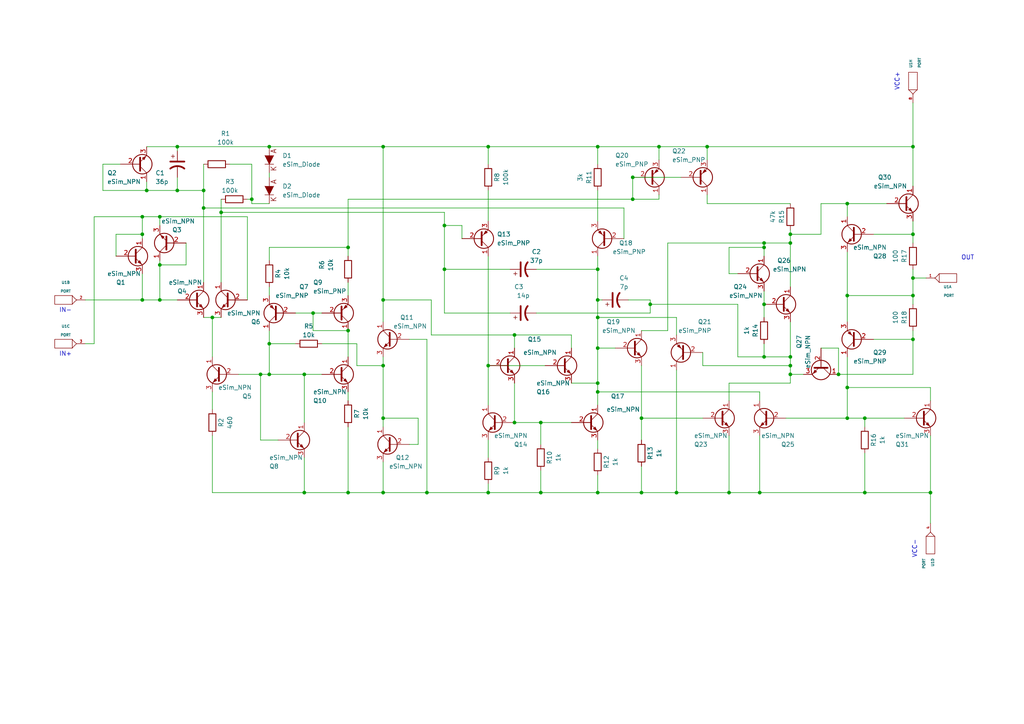
<source format=kicad_sch>
(kicad_sch (version 20211123) (generator eeschema)
  (paper "A4")
  (lib_symbols
    (symbol "eSim_Devices:capacitor_polarised" (pin_numbers hide) (pin_names (offset 0.254) hide)
      (property "Reference" "C" (at 0.635 2.54 0))
      (property "Value" "capacitor_polarised" (at 0.635 -2.54 0))
      (symbol "capacitor_polarised_0_1"
        (polyline (pts (xy -2.032 0.762) (xy 2.032 0.762)) (stroke (width 0.508)))
        (polyline (pts (xy -1.778 2.286) (xy -0.762 2.286)))
        (polyline (pts (xy -1.27 1.778) (xy -1.27 2.794)))
        (arc (start 2.032 -1.27) (mid 0 -0.5572) (end -2.032 -1.27) (stroke (width 0.508)))
      )
      (symbol "capacitor_polarised_1_1"
        (pin passive line (at 0 3.81 270) (length 2.794) (name "~") (number "1"))
        (pin passive line (at 0 -3.81 90) (length 3.302) (name "~") (number "2"))
      )
    )
    (symbol "eSim_Devices:eSim_Diode" (pin_numbers hide) (pin_names (offset 1.016) hide)
      (property "Reference" "D" (at 0 2.54 0))
      (property "Value" "eSim_Diode" (at 0 -2.54 0))
      (symbol "eSim_Diode_0_0"
        (text "A" (at -2.54 1.27 0) (effects (font (size 1.524 1.524))))
        (text "K" (at 2.54 1.27 0) (effects (font (size 1.524 1.524))))
      )
      (symbol "eSim_Diode_0_1"
        (polyline (pts (xy 1.27 1.27) (xy 1.27 -1.27)) (stroke (width 0.1524)))
        (polyline (pts (xy -1.27 1.27) (xy 1.27 0) (xy -1.27 -1.27)) (fill (type outline)))
      )
      (symbol "eSim_Diode_1_1"
        (pin passive line (at -3.81 0 0) (length 2.54) (name "A") (number "1"))
        (pin passive line (at 3.81 0 180) (length 2.54) (name "K") (number "2"))
      )
    )
    (symbol "eSim_Devices:eSim_NPN" (pin_names (offset 0) hide)
      (property "Reference" "Q" (at -2.54 1.27 0))
      (property "Value" "eSim_NPN" (at -1.27 3.81 0))
      (symbol "eSim_NPN_0_1"
        (polyline (pts (xy 0.635 0.635) (xy 2.54 2.54)))
        (polyline (pts (xy 0.635 -0.635) (xy 2.54 -2.54) (xy 2.54 -2.54)))
        (polyline (pts (xy 0.635 1.905) (xy 0.635 -1.905) (xy 0.635 -1.905)) (stroke (width 0.508)))
        (polyline (pts (xy 1.27 -1.778) (xy 1.778 -1.27) (xy 2.286 -2.286) (xy 1.27 -1.778) (xy 1.27 -1.778)) (fill (type outline)))
        (circle (center 1.27 0) (radius 2.8194) (stroke (width 0.254)))
      )
      (symbol "eSim_NPN_1_1"
        (pin passive line (at 2.54 5.08 270) (length 2.54) (name "C") (number "1"))
        (pin passive line (at -5.08 0 0) (length 5.715) (name "B") (number "2"))
        (pin passive line (at 2.54 -5.08 90) (length 2.54) (name "E") (number "3"))
      )
    )
    (symbol "eSim_Devices:eSim_PNP" (pin_names (offset 0) hide)
      (property "Reference" "Q" (at -2.54 1.27 0))
      (property "Value" "eSim_PNP" (at -1.27 3.81 0))
      (symbol "eSim_PNP_0_1"
        (polyline (pts (xy 0.635 0.635) (xy 2.54 2.54)))
        (polyline (pts (xy 0.635 -0.635) (xy 2.54 -2.54) (xy 2.54 -2.54)))
        (polyline (pts (xy 0.635 1.905) (xy 0.635 -1.905) (xy 0.635 -1.905)) (stroke (width 0.508)))
        (polyline (pts (xy 2.286 -1.778) (xy 1.778 -2.286) (xy 1.27 -1.27) (xy 2.286 -1.778) (xy 2.286 -1.778)) (fill (type outline)))
        (circle (center 1.27 0) (radius 2.8194) (stroke (width 0.254)))
      )
      (symbol "eSim_PNP_1_1"
        (pin passive line (at 2.54 5.08 270) (length 2.54) (name "C") (number "1"))
        (pin passive line (at -5.08 0 0) (length 5.715) (name "B") (number "2"))
        (pin passive line (at 2.54 -5.08 90) (length 2.54) (name "E") (number "3"))
      )
    )
    (symbol "eSim_Devices:resistor" (pin_numbers hide) (pin_names (offset 0))
      (property "Reference" "R" (at 1.27 3.302 0))
      (property "Value" "resistor" (at 1.27 -1.27 0))
      (symbol "resistor_0_1"
        (rectangle (start 3.81 0.254) (end -1.27 2.286) (stroke (width 0.254)))
      )
      (symbol "resistor_1_1"
        (pin passive line (at -2.54 1.27 0) (length 1.27) (name "~") (number "1"))
        (pin passive line (at 5.08 1.27 180) (length 1.27) (name "~") (number "2"))
      )
    )
    (symbol "eSim_Miscellaneous:PORT" (pin_names (offset 1.016))
      (property "Reference" "U" (at 1.27 2.54 0))
      (property "Value" "PORT" (at 0 0 0))
      (symbol "PORT_0_1"
        (rectangle (start -2.54 1.27) (end 2.54 -1.27))
        (arc (start 2.54 1.27) (mid 3.1355 0.5955) (end 3.81 0))
        (arc (start 3.81 0) (mid 3.1447 -0.6046) (end 2.54 -1.27))
      )
      (symbol "PORT_1_1"
        (pin bidirectional line (at 6.35 0 180) (length 2.54) (name "~") (number "1"))
      )
      (symbol "PORT_2_1"
        (pin bidirectional line (at 6.35 0 180) (length 2.54) (name "~") (number "2"))
      )
      (symbol "PORT_3_1"
        (pin bidirectional line (at 6.35 0 180) (length 2.54) (name "~") (number "3"))
      )
      (symbol "PORT_4_1"
        (pin bidirectional line (at 6.35 0 180) (length 2.54) (name "~") (number "4"))
      )
      (symbol "PORT_5_1"
        (pin bidirectional line (at 6.35 0 180) (length 2.54) (name "~") (number "5"))
      )
      (symbol "PORT_6_1"
        (pin bidirectional line (at 6.35 0 180) (length 2.54) (name "~") (number "6"))
      )
      (symbol "PORT_7_1"
        (pin bidirectional line (at 6.35 0 180) (length 2.54) (name "~") (number "7"))
      )
      (symbol "PORT_8_1"
        (pin bidirectional line (at 6.35 0 180) (length 2.54) (name "~") (number "8"))
      )
      (symbol "PORT_9_1"
        (pin bidirectional line (at 6.35 0 180) (length 2.54) (name "~") (number "9"))
      )
      (symbol "PORT_10_1"
        (pin bidirectional line (at 6.35 0 180) (length 2.54) (name "~") (number "10"))
      )
      (symbol "PORT_11_1"
        (pin bidirectional line (at 6.35 0 180) (length 2.54) (name "~") (number "11"))
      )
      (symbol "PORT_12_1"
        (pin bidirectional line (at 6.35 0 180) (length 2.54) (name "~") (number "12"))
      )
      (symbol "PORT_13_1"
        (pin bidirectional line (at 6.35 0 180) (length 2.54) (name "~") (number "13"))
      )
      (symbol "PORT_14_1"
        (pin bidirectional line (at 6.35 0 180) (length 2.54) (name "~") (number "14"))
      )
      (symbol "PORT_15_1"
        (pin bidirectional line (at 6.35 0 180) (length 2.54) (name "~") (number "15"))
      )
      (symbol "PORT_16_1"
        (pin bidirectional line (at 6.35 0 180) (length 2.54) (name "~") (number "16"))
      )
      (symbol "PORT_17_1"
        (pin bidirectional line (at 6.35 0 180) (length 2.54) (name "~") (number "17"))
      )
      (symbol "PORT_18_1"
        (pin bidirectional line (at 6.35 0 180) (length 2.54) (name "~") (number "18"))
      )
      (symbol "PORT_19_1"
        (pin bidirectional line (at 6.35 0 180) (length 2.54) (name "~") (number "19"))
      )
      (symbol "PORT_20_1"
        (pin bidirectional line (at 6.35 0 180) (length 2.54) (name "~") (number "20"))
      )
      (symbol "PORT_21_1"
        (pin bidirectional line (at 6.35 0 180) (length 2.54) (name "~") (number "21"))
      )
      (symbol "PORT_22_1"
        (pin bidirectional line (at 6.35 0 180) (length 2.54) (name "~") (number "22"))
      )
      (symbol "PORT_23_1"
        (pin bidirectional line (at 6.35 0 180) (length 2.54) (name "~") (number "23"))
      )
      (symbol "PORT_24_1"
        (pin bidirectional line (at 6.35 0 180) (length 2.54) (name "~") (number "24"))
      )
      (symbol "PORT_25_1"
        (pin bidirectional line (at 6.35 0 180) (length 2.54) (name "~") (number "25"))
      )
      (symbol "PORT_26_1"
        (pin bidirectional line (at 6.35 0 180) (length 2.54) (name "~") (number "26"))
      )
    )
  )
  (junction (at 141.605 142.875))
  (junction (at 269.875 142.875))
  (junction (at 211.455 142.875))
  (junction (at 141.605 42.545))
  (junction (at 205.105 42.545))
  (junction (at 221.615 71.755))
  (junction (at 229.235 67.945))
  (junction (at 41.275 86.995))
  (junction (at 264.795 80.645))
  (junction (at 183.515 57.785))
  (junction (at 111.125 42.545))
  (junction (at 229.235 108.585))
  (junction (at 156.845 122.555))
  (junction (at 111.125 106.045))
  (junction (at 149.225 97.155))
  (junction (at 59.055 55.245))
  (junction (at 88.265 108.585))
  (junction (at 128.905 65.405))
  (junction (at 173.355 42.545))
  (junction (at 191.135 42.545))
  (junction (at 250.825 142.875))
  (junction (at 173.355 92.075))
  (junction (at 41.275 67.945))
  (junction (at 123.825 142.875))
  (junction (at 78.105 99.695))
  (junction (at 221.615 103.505))
  (junction (at 188.595 88.265))
  (junction (at 264.795 67.945))
  (junction (at 59.055 60.325))
  (junction (at 51.435 55.245))
  (junction (at 141.605 106.045))
  (junction (at 75.565 108.585))
  (junction (at 243.205 108.585))
  (junction (at 245.745 59.055))
  (junction (at 250.825 121.285))
  (junction (at 128.905 78.105))
  (junction (at 100.965 142.875))
  (junction (at 78.105 108.585))
  (junction (at 245.745 112.395))
  (junction (at 111.125 142.875))
  (junction (at 220.345 142.875))
  (junction (at 173.355 86.995))
  (junction (at 173.355 111.125))
  (junction (at 196.215 142.875))
  (junction (at 186.055 142.875))
  (junction (at 61.595 92.075))
  (junction (at 173.355 142.875))
  (junction (at 173.355 100.965))
  (junction (at 111.125 121.285))
  (junction (at 90.805 90.805))
  (junction (at 221.615 70.485))
  (junction (at 264.795 42.545))
  (junction (at 229.235 70.485))
  (junction (at 264.795 85.725))
  (junction (at 229.235 103.505))
  (junction (at 64.135 61.595))
  (junction (at 264.795 98.425))
  (junction (at 173.355 78.105))
  (junction (at 186.055 121.285))
  (junction (at 245.745 121.285))
  (junction (at 88.265 142.875))
  (junction (at 100.965 95.885))
  (junction (at 149.225 122.555))
  (junction (at 73.025 57.785))
  (junction (at 46.355 76.835))
  (junction (at 173.355 113.665))
  (junction (at 46.355 86.995))
  (junction (at 100.965 71.755))
  (junction (at 42.545 55.245))
  (junction (at 221.615 88.265))
  (junction (at 229.235 106.045))
  (junction (at 111.125 86.995))
  (junction (at 51.435 42.545))
  (junction (at 245.745 85.725))
  (junction (at 183.515 51.435))
  (junction (at 41.275 62.865))
  (junction (at 156.845 142.875))
  (junction (at 46.355 62.865))
  (junction (at 78.105 42.545))
  (wire (pts (xy 229.235 103.505) (xy 221.615 103.505)))
  (wire (pts (xy 213.995 79.375) (xy 211.455 79.375)))
  (wire (pts (xy 211.455 111.125) (xy 229.235 111.125)))
  (wire (pts (xy 211.455 116.205) (xy 211.455 111.125)))
  (wire (pts (xy 75.565 108.585) (xy 75.565 127.635)))
  (wire (pts (xy 186.055 106.045) (xy 186.055 121.285)))
  (wire (pts (xy 173.355 137.795) (xy 173.355 142.875)))
  (wire (pts (xy 41.275 79.375) (xy 41.275 86.995)))
  (wire (pts (xy 141.605 140.335) (xy 141.605 142.875)))
  (wire (pts (xy 61.595 142.875) (xy 88.265 142.875)))
  (wire (pts (xy 141.605 142.875) (xy 156.845 142.875)))
  (wire (pts (xy 100.965 57.785) (xy 100.965 71.755)))
  (wire (pts (xy 196.215 92.075) (xy 173.355 92.075)))
  (wire (pts (xy 41.275 62.865) (xy 41.275 67.945)))
  (wire (pts (xy 173.355 78.105) (xy 173.355 86.995)))
  (wire (pts (xy 188.595 90.805) (xy 188.595 88.265)))
  (wire (pts (xy 111.125 86.995) (xy 111.125 93.345)))
  (wire (pts (xy 245.745 59.055) (xy 245.745 62.865)))
  (wire (pts (xy 213.995 88.265) (xy 213.995 103.505)))
  (wire (pts (xy 33.655 74.295) (xy 33.655 67.945)))
  (wire (pts (xy 53.975 70.485) (xy 53.975 76.835)))
  (wire (pts (xy 51.435 51.435) (xy 51.435 55.245)))
  (wire (pts (xy 229.235 66.675) (xy 229.235 67.945)))
  (wire (pts (xy 33.655 67.945) (xy 41.275 67.945)))
  (wire (pts (xy 173.355 55.245) (xy 173.355 64.135)))
  (wire (pts (xy 66.675 47.625) (xy 73.025 47.625)))
  (wire (pts (xy 245.745 112.395) (xy 245.745 103.505)))
  (wire (pts (xy 229.235 108.585) (xy 229.235 111.125)))
  (wire (pts (xy 211.455 71.755) (xy 221.615 71.755)))
  (wire (pts (xy 78.105 75.565) (xy 78.105 71.755)))
  (wire (pts (xy 264.795 67.945) (xy 264.795 70.485)))
  (wire (pts (xy 41.275 62.865) (xy 46.355 62.865)))
  (wire (pts (xy 221.615 70.485) (xy 221.615 71.755)))
  (wire (pts (xy 78.105 99.695) (xy 78.105 108.585)))
  (wire (pts (xy 69.215 108.585) (xy 75.565 108.585)))
  (wire (pts (xy 78.105 71.755) (xy 100.965 71.755)))
  (wire (pts (xy 155.575 90.805) (xy 188.595 90.805)))
  (wire (pts (xy 182.245 86.995) (xy 188.595 86.995)))
  (wire (pts (xy 128.905 78.105) (xy 147.955 78.105)))
  (wire (pts (xy 203.835 102.235) (xy 203.835 106.045)))
  (wire (pts (xy 245.745 85.725) (xy 264.795 85.725)))
  (wire (pts (xy 264.795 42.545) (xy 264.795 29.845)))
  (wire (pts (xy 88.265 142.875) (xy 100.965 142.875)))
  (wire (pts (xy 88.265 108.585) (xy 88.265 122.555)))
  (wire (pts (xy 85.725 90.805) (xy 90.805 90.805)))
  (wire (pts (xy 100.965 95.885) (xy 90.805 95.885)))
  (wire (pts (xy 61.595 92.075) (xy 61.595 103.505)))
  (wire (pts (xy 165.735 111.125) (xy 173.355 111.125)))
  (wire (pts (xy 213.995 103.505) (xy 221.615 103.505)))
  (wire (pts (xy 196.215 142.875) (xy 211.455 142.875)))
  (wire (pts (xy 186.055 142.875) (xy 196.215 142.875)))
  (wire (pts (xy 141.605 106.045) (xy 141.605 117.475)))
  (wire (pts (xy 141.605 42.545) (xy 141.605 47.625)))
  (wire (pts (xy 229.235 103.505) (xy 229.235 106.045)))
  (wire (pts (xy 149.225 97.155) (xy 165.735 97.155)))
  (wire (pts (xy 196.215 107.315) (xy 196.215 142.875)))
  (wire (pts (xy 193.675 70.485) (xy 221.615 70.485)))
  (wire (pts (xy 173.355 86.995) (xy 173.355 92.075)))
  (wire (pts (xy 100.965 113.665) (xy 100.965 116.205)))
  (wire (pts (xy 173.355 113.665) (xy 173.355 117.475)))
  (wire (pts (xy 243.205 108.585) (xy 264.795 108.585)))
  (wire (pts (xy 64.135 61.595) (xy 64.135 81.915)))
  (wire (pts (xy 59.055 60.325) (xy 180.975 60.325)))
  (wire (pts (xy 173.355 127.635) (xy 173.355 130.175)))
  (wire (pts (xy 61.595 113.665) (xy 61.595 118.745)))
  (wire (pts (xy 221.615 88.265) (xy 221.615 92.075)))
  (wire (pts (xy 90.805 90.805) (xy 93.345 90.805)))
  (wire (pts (xy 245.745 59.055) (xy 257.175 59.055)))
  (wire (pts (xy 149.225 122.555) (xy 156.845 122.555)))
  (wire (pts (xy 46.355 86.995) (xy 51.435 86.995)))
  (wire (pts (xy 88.265 132.715) (xy 88.265 142.875)))
  (wire (pts (xy 73.025 57.785) (xy 71.755 57.785)))
  (wire (pts (xy 229.235 67.945) (xy 229.235 70.485)))
  (wire (pts (xy 229.235 59.055) (xy 205.105 59.055)))
  (wire (pts (xy 59.055 55.245) (xy 51.435 55.245)))
  (wire (pts (xy 227.965 121.285) (xy 245.745 121.285)))
  (wire (pts (xy 186.055 121.285) (xy 203.835 121.285)))
  (wire (pts (xy 173.355 78.105) (xy 173.355 74.295)))
  (wire (pts (xy 180.975 60.325) (xy 180.975 69.215)))
  (wire (pts (xy 264.795 85.725) (xy 264.795 80.645)))
  (wire (pts (xy 46.355 76.835) (xy 46.355 75.565)))
  (wire (pts (xy 121.285 121.285) (xy 111.125 121.285)))
  (wire (pts (xy 41.275 67.945) (xy 41.275 69.215)))
  (wire (pts (xy 186.055 95.885) (xy 193.675 95.885)))
  (wire (pts (xy 229.235 106.045) (xy 229.235 108.585)))
  (wire (pts (xy 149.225 111.125) (xy 149.225 122.555)))
  (wire (pts (xy 220.345 142.875) (xy 250.825 142.875)))
  (wire (pts (xy 103.505 99.695) (xy 93.345 99.695)))
  (wire (pts (xy 165.735 97.155) (xy 165.735 100.965)))
  (wire (pts (xy 41.275 86.995) (xy 46.355 86.995)))
  (wire (pts (xy 78.105 108.585) (xy 88.265 108.585)))
  (wire (pts (xy 211.455 126.365) (xy 211.455 142.875)))
  (wire (pts (xy 46.355 62.865) (xy 71.755 62.865)))
  (wire (pts (xy 188.595 88.265) (xy 188.595 86.995)))
  (wire (pts (xy 156.845 122.555) (xy 165.735 122.555)))
  (wire (pts (xy 269.875 116.205) (xy 269.875 112.395)))
  (wire (pts (xy 221.615 103.505) (xy 221.615 99.695)))
  (wire (pts (xy 111.125 42.545) (xy 111.125 86.995)))
  (wire (pts (xy 42.545 55.245) (xy 42.545 52.705)))
  (wire (pts (xy 156.845 142.875) (xy 173.355 142.875)))
  (wire (pts (xy 221.615 84.455) (xy 221.615 88.265)))
  (wire (pts (xy 123.825 142.875) (xy 141.605 142.875)))
  (wire (pts (xy 205.105 46.355) (xy 205.105 42.545)))
  (wire (pts (xy 78.105 50.165) (xy 78.105 51.435)))
  (wire (pts (xy 100.965 142.875) (xy 111.125 142.875)))
  (wire (pts (xy 141.605 74.295) (xy 141.605 106.045)))
  (wire (pts (xy 111.125 42.545) (xy 141.605 42.545)))
  (wire (pts (xy 88.265 108.585) (xy 93.345 108.585)))
  (wire (pts (xy 141.605 127.635) (xy 141.605 132.715)))
  (wire (pts (xy 125.095 97.155) (xy 125.095 86.995)))
  (wire (pts (xy 64.135 61.595) (xy 128.905 61.595)))
  (wire (pts (xy 78.105 42.545) (xy 111.125 42.545)))
  (wire (pts (xy 186.055 121.285) (xy 186.055 127.635)))
  (wire (pts (xy 125.095 97.155) (xy 149.225 97.155)))
  (wire (pts (xy 133.985 69.215) (xy 133.985 65.405)))
  (wire (pts (xy 264.795 108.585) (xy 264.795 98.425)))
  (wire (pts (xy 205.105 42.545) (xy 264.795 42.545)))
  (wire (pts (xy 125.095 86.995) (xy 111.125 86.995)))
  (wire (pts (xy 173.355 100.965) (xy 178.435 100.965)))
  (wire (pts (xy 173.355 100.965) (xy 173.355 111.125)))
  (wire (pts (xy 269.875 112.395) (xy 245.745 112.395)))
  (wire (pts (xy 245.745 73.025) (xy 245.745 85.725)))
  (wire (pts (xy 229.235 108.585) (xy 233.045 108.585)))
  (wire (pts (xy 229.235 70.485) (xy 229.235 83.185)))
  (wire (pts (xy 264.795 42.545) (xy 264.795 53.975)))
  (wire (pts (xy 193.675 95.885) (xy 193.675 70.485)))
  (wire (pts (xy 245.745 85.725) (xy 245.745 93.345)))
  (wire (pts (xy 78.105 83.185) (xy 78.105 85.725)))
  (wire (pts (xy 111.125 121.285) (xy 111.125 123.825)))
  (wire (pts (xy 100.965 123.825) (xy 100.965 142.875)))
  (wire (pts (xy 59.055 55.245) (xy 59.055 60.325)))
  (wire (pts (xy 46.355 62.865) (xy 46.355 65.405)))
  (wire (pts (xy 238.125 100.965) (xy 243.205 100.965)))
  (wire (pts (xy 156.845 128.905) (xy 156.845 122.555)))
  (wire (pts (xy 103.505 106.045) (xy 111.125 106.045)))
  (wire (pts (xy 158.115 106.045) (xy 141.605 106.045)))
  (wire (pts (xy 243.205 100.965) (xy 243.205 108.585)))
  (wire (pts (xy 173.355 111.125) (xy 173.355 113.665)))
  (wire (pts (xy 221.615 70.485) (xy 229.235 70.485)))
  (wire (pts (xy 118.745 128.905) (xy 121.285 128.905)))
  (wire (pts (xy 103.505 99.695) (xy 103.505 106.045)))
  (wire (pts (xy 250.825 142.875) (xy 269.875 142.875)))
  (wire (pts (xy 211.455 79.375) (xy 211.455 71.755)))
  (wire (pts (xy 183.515 51.435) (xy 183.515 57.785)))
  (wire (pts (xy 264.795 78.105) (xy 264.795 80.645)))
  (wire (pts (xy 269.875 142.875) (xy 269.875 151.765)))
  (wire (pts (xy 59.055 92.075) (xy 61.595 92.075)))
  (wire (pts (xy 75.565 108.585) (xy 78.105 108.585)))
  (wire (pts (xy 220.345 113.665) (xy 173.355 113.665)))
  (wire (pts (xy 173.355 86.995) (xy 174.625 86.995)))
  (wire (pts (xy 264.795 85.725) (xy 264.795 88.265)))
  (wire (pts (xy 61.595 92.075) (xy 64.135 92.075)))
  (wire (pts (xy 238.125 67.945) (xy 238.125 59.055)))
  (wire (pts (xy 133.985 65.405) (xy 128.905 65.405)))
  (wire (pts (xy 245.745 121.285) (xy 250.825 121.285)))
  (wire (pts (xy 78.105 59.055) (xy 73.025 59.055)))
  (wire (pts (xy 141.605 42.545) (xy 173.355 42.545)))
  (wire (pts (xy 128.905 61.595) (xy 128.905 65.405)))
  (wire (pts (xy 42.545 42.545) (xy 51.435 42.545)))
  (wire (pts (xy 100.965 57.785) (xy 183.515 57.785)))
  (wire (pts (xy 59.055 60.325) (xy 59.055 81.915)))
  (wire (pts (xy 111.125 133.985) (xy 111.125 142.875)))
  (wire (pts (xy 27.305 99.695) (xy 24.765 99.695)))
  (wire (pts (xy 111.125 106.045) (xy 111.125 121.285)))
  (wire (pts (xy 203.835 106.045) (xy 229.235 106.045)))
  (wire (pts (xy 253.365 67.945) (xy 264.795 67.945)))
  (wire (pts (xy 221.615 71.755) (xy 221.615 74.295)))
  (wire (pts (xy 197.485 51.435) (xy 183.515 51.435)))
  (wire (pts (xy 191.135 42.545) (xy 205.105 42.545)))
  (wire (pts (xy 173.355 42.545) (xy 173.355 47.625)))
  (wire (pts (xy 245.745 121.285) (xy 245.745 112.395)))
  (wire (pts (xy 238.125 59.055) (xy 245.745 59.055)))
  (wire (pts (xy 211.455 142.875) (xy 220.345 142.875)))
  (wire (pts (xy 29.845 47.625) (xy 29.845 55.245)))
  (wire (pts (xy 100.965 81.915) (xy 100.965 85.725)))
  (wire (pts (xy 78.105 99.695) (xy 78.105 95.885)))
  (wire (pts (xy 173.355 42.545) (xy 191.135 42.545)))
  (wire (pts (xy 46.355 76.835) (xy 46.355 86.995)))
  (wire (pts (xy 155.575 78.105) (xy 173.355 78.105)))
  (wire (pts (xy 186.055 135.255) (xy 186.055 142.875)))
  (wire (pts (xy 61.595 126.365) (xy 61.595 142.875)))
  (wire (pts (xy 128.905 78.105) (xy 128.905 90.805)))
  (wire (pts (xy 111.125 142.875) (xy 123.825 142.875)))
  (wire (pts (xy 42.545 55.245) (xy 51.435 55.245)))
  (wire (pts (xy 121.285 128.905) (xy 121.285 121.285)))
  (wire (pts (xy 229.235 93.345) (xy 229.235 103.505)))
  (wire (pts (xy 27.305 62.865) (xy 27.305 99.695)))
  (wire (pts (xy 71.755 86.995) (xy 71.755 62.865)))
  (wire (pts (xy 269.875 126.365) (xy 269.875 142.875)))
  (wire (pts (xy 253.365 98.425) (xy 264.795 98.425)))
  (wire (pts (xy 173.355 142.875) (xy 186.055 142.875)))
  (wire (pts (xy 141.605 55.245) (xy 141.605 64.135)))
  (wire (pts (xy 191.135 56.515) (xy 191.135 57.785)))
  (wire (pts (xy 250.825 131.445) (xy 250.825 142.875)))
  (wire (pts (xy 51.435 42.545) (xy 78.105 42.545)))
  (wire (pts (xy 264.795 67.945) (xy 264.795 64.135)))
  (wire (pts (xy 220.345 116.205) (xy 220.345 113.665)))
  (wire (pts (xy 75.565 127.635) (xy 80.645 127.635)))
  (wire (pts (xy 34.925 47.625) (xy 29.845 47.625)))
  (wire (pts (xy 149.225 97.155) (xy 149.225 100.965)))
  (wire (pts (xy 111.125 106.045) (xy 111.125 103.505)))
  (wire (pts (xy 118.745 98.425) (xy 123.825 98.425)))
  (wire (pts (xy 59.055 47.625) (xy 59.055 55.245)))
  (wire (pts (xy 229.235 67.945) (xy 238.125 67.945)))
  (wire (pts (xy 73.025 47.625) (xy 73.025 57.785)))
  (wire (pts (xy 51.435 42.545) (xy 51.435 43.815)))
  (wire (pts (xy 27.305 62.865) (xy 41.275 62.865)))
  (wire (pts (xy 24.765 86.995) (xy 41.275 86.995)))
  (wire (pts (xy 264.795 80.645) (xy 268.605 80.645)))
  (wire (pts (xy 73.025 59.055) (xy 73.025 57.785)))
  (wire (pts (xy 100.965 71.755) (xy 100.965 74.295)))
  (wire (pts (xy 191.135 57.785) (xy 183.515 57.785)))
  (wire (pts (xy 156.845 136.525) (xy 156.845 142.875)))
  (wire (pts (xy 53.975 76.835) (xy 46.355 76.835)))
  (wire (pts (xy 128.905 90.805) (xy 147.955 90.805)))
  (wire (pts (xy 250.825 121.285) (xy 250.825 123.825)))
  (wire (pts (xy 64.135 57.785) (xy 64.135 61.595)))
  (wire (pts (xy 123.825 98.425) (xy 123.825 142.875)))
  (wire (pts (xy 205.105 59.055) (xy 205.105 56.515)))
  (wire (pts (xy 191.135 42.545) (xy 191.135 46.355)))
  (wire (pts (xy 264.795 95.885) (xy 264.795 98.425)))
  (wire (pts (xy 90.805 95.885) (xy 90.805 90.805)))
  (wire (pts (xy 250.825 121.285) (xy 262.255 121.285)))
  (wire (pts (xy 29.845 55.245) (xy 42.545 55.245)))
  (wire (pts (xy 85.725 99.695) (xy 78.105 99.695)))
  (wire (pts (xy 128.905 65.405) (xy 128.905 78.105)))
  (wire (pts (xy 220.345 126.365) (xy 220.345 142.875)))
  (wire (pts (xy 173.355 92.075) (xy 173.355 100.965)))
  (wire (pts (xy 100.965 95.885) (xy 100.965 103.505)))
  (wire (pts (xy 196.215 92.075) (xy 196.215 97.155)))
  (wire (pts (xy 188.595 88.265) (xy 213.995 88.265)))
  (text "IN+" (at 17.145 103.505 0) (effects (font (size 1.27 1.27)) (justify left bottom)))
  (text "VCC-" (at 266.065 161.925 90) (effects (font (size 1.27 1.27)) (justify left bottom)))
  (text "OUT" (at 278.765 75.565 0) (effects (font (size 1.27 1.27)) (justify left bottom)))
  (text "IN-" (at 17.145 90.805 0) (effects (font (size 1.27 1.27)) (justify left bottom)))
  (text "VCC+" (at 260.985 20.955 270) (effects (font (size 1.27 1.27)) (justify right bottom)))
  (symbol (lib_id "eSim_Devices:resistor") (at 62.865 121.285 90) (mirror x) (unit 1)
    (property "Reference" "R2" (at 64.135 122.555 0))
    (property "Value" "460" (at 66.675 122.555 0))
  )
  (symbol (lib_id "eSim_Devices:resistor") (at 187.325 130.175 90) (mirror x) (unit 1)
    (property "Reference" "R13" (at 188.595 131.445 0))
    (property "Value" "1k" (at 191.135 131.445 0))
  )
  (symbol (lib_id "eSim_Devices:resistor") (at 66.675 59.055 0) (unit 1)
    (property "Reference" "R3" (at 66.675 52.705 0))
    (property "Value" "100k" (at 66.675 55.245 0))
  )
  (symbol (lib_id "eSim_Devices:eSim_NPN") (at 238.125 106.045 270) (unit 1)
    (property "Reference" "Q27" (at 231.775 97.155 0) (effects (justify left)))
    (property "Value" "eSim_NPN" (at 234.315 97.155 0) (effects (justify left)))
  )
  (symbol (lib_id "eSim_Devices:eSim_PNP") (at 188.595 51.435 0) (mirror x) (unit 1)
    (property "Reference" "Q20" (at 178.435 45.085 0) (effects (justify left)))
    (property "Value" "eSim_PNP" (at 178.435 47.625 0) (effects (justify left)))
  )
  (symbol (lib_id "eSim_Devices:eSim_NPN") (at 40.005 47.625 0) (mirror x) (unit 1)
    (property "Reference" "Q2" (at 31.115 50.165 0) (effects (justify left)))
    (property "Value" "eSim_NPN" (at 31.115 52.705 0) (effects (justify left)))
  )
  (symbol (lib_id "eSim_Devices:eSim_NPN") (at 262.255 59.055 0) (unit 1)
    (property "Reference" "Q30" (at 254.635 51.435 0) (effects (justify left)))
    (property "Value" "eSim_NPN" (at 253.365 53.975 0) (effects (justify left)))
  )
  (symbol (lib_id "eSim_Devices:eSim_PNP") (at 198.755 102.235 180) (unit 1)
    (property "Reference" "Q21" (at 206.375 93.345 0) (effects (justify left)))
    (property "Value" "eSim_PNP" (at 206.375 95.885 0) (effects (justify left)))
  )
  (symbol (lib_id "eSim_Devices:resistor") (at 88.265 100.965 0) (unit 1)
    (property "Reference" "R5" (at 89.535 94.615 0))
    (property "Value" "10k" (at 89.535 97.155 0))
  )
  (symbol (lib_id "eSim_Devices:eSim_NPN") (at 248.285 67.945 0) (mirror y) (unit 1)
    (property "Reference" "Q28" (at 257.175 74.295 0) (effects (justify left)))
    (property "Value" "eSim_NPN" (at 257.175 71.755 0) (effects (justify left)))
  )
  (symbol (lib_id "eSim_Devices:resistor") (at 252.095 126.365 90) (mirror x) (unit 1)
    (property "Reference" "R16" (at 253.365 127.635 0))
    (property "Value" "1k" (at 255.905 127.635 0))
  )
  (symbol (lib_id "eSim_Devices:eSim_NPN") (at 113.665 98.425 0) (mirror y) (unit 1)
    (property "Reference" "Q11" (at 120.015 92.075 0) (effects (justify left)))
    (property "Value" "eSim_NPN" (at 123.825 94.615 0) (effects (justify left)))
  )
  (symbol (lib_id "eSim_Devices:resistor") (at 158.115 131.445 90) (mirror x) (unit 1)
    (property "Reference" "R10" (at 159.385 132.715 0))
    (property "Value" "1k" (at 161.925 132.715 0))
  )
  (symbol (lib_id "eSim_Devices:eSim_NPN") (at 208.915 121.285 0) (unit 1)
    (property "Reference" "Q23" (at 201.295 128.905 0) (effects (justify left)))
    (property "Value" "eSim_NPN" (at 201.295 126.365 0) (effects (justify left)))
  )
  (symbol (lib_id "eSim_Miscellaneous:PORT") (at 18.415 86.995 0) (unit 2)
    (property "Reference" "U1" (at 19.05 81.915 0) (effects (font (size 0.762 0.762))))
    (property "Value" "PORT" (at 19.05 84.455 0) (effects (font (size 0.762 0.762))))
  )
  (symbol (lib_id "eSim_Devices:eSim_NPN") (at 98.425 108.585 0) (unit 1)
    (property "Reference" "Q10" (at 90.805 116.205 0) (effects (justify left)))
    (property "Value" "eSim_NPN" (at 90.805 113.665 0) (effects (justify left)))
  )
  (symbol (lib_id "eSim_Devices:eSim_PNP") (at 98.425 90.805 0) (mirror x) (unit 1)
    (property "Reference" "Q9" (at 90.805 81.915 0) (effects (justify left)))
    (property "Value" "eSim_PNP" (at 90.805 84.455 0) (effects (justify left)))
  )
  (symbol (lib_id "eSim_Devices:eSim_NPN") (at 163.195 106.045 0) (unit 1)
    (property "Reference" "Q16" (at 155.575 113.665 0) (effects (justify left)))
    (property "Value" "eSim_NPN" (at 155.575 111.125 0) (effects (justify left)))
  )
  (symbol (lib_id "eSim_Devices:eSim_NPN") (at 56.515 86.995 0) (unit 1)
    (property "Reference" "Q4" (at 51.435 84.455 0) (effects (justify left)))
    (property "Value" "eSim_NPN" (at 48.895 81.915 0) (effects (justify left)))
  )
  (symbol (lib_id "eSim_Devices:resistor") (at 227.965 61.595 270) (unit 1)
    (property "Reference" "R15" (at 226.695 62.865 0))
    (property "Value" "47k" (at 224.155 62.865 0))
  )
  (symbol (lib_id "eSim_Devices:resistor") (at 263.525 73.025 270) (unit 1)
    (property "Reference" "R17" (at 262.255 74.295 0))
    (property "Value" "100" (at 259.715 74.295 0))
  )
  (symbol (lib_id "eSim_Devices:capacitor_polarised") (at 51.435 47.625 0) (unit 1)
    (property "Reference" "C1" (at 45.085 50.165 0) (effects (justify left)))
    (property "Value" "36p" (at 45.085 52.705 0) (effects (justify left)))
  )
  (symbol (lib_id "eSim_Devices:capacitor_polarised") (at 178.435 86.995 90) (unit 1)
    (property "Reference" "C4" (at 180.975 80.645 90))
    (property "Value" "7p" (at 180.975 83.185 90))
  )
  (symbol (lib_id "eSim_Devices:eSim_Diode") (at 78.105 55.245 270) (unit 1)
    (property "Reference" "D2" (at 81.915 54.0293 90) (effects (justify left)))
    (property "Value" "eSim_Diode" (at 81.915 56.5693 90) (effects (justify left)))
  )
  (symbol (lib_id "eSim_Miscellaneous:PORT") (at 18.415 99.695 0) (unit 3)
    (property "Reference" "U1" (at 19.05 94.615 0) (effects (font (size 0.762 0.762))))
    (property "Value" "PORT" (at 19.05 97.155 0) (effects (font (size 0.762 0.762))))
  )
  (symbol (lib_id "eSim_Devices:eSim_NPN") (at 222.885 121.285 0) (mirror y) (unit 1)
    (property "Reference" "Q25" (at 230.505 128.905 0) (effects (justify left)))
    (property "Value" "eSim_NPN" (at 230.505 126.365 0) (effects (justify left)))
  )
  (symbol (lib_id "eSim_Devices:eSim_NPN") (at 85.725 127.635 0) (unit 1)
    (property "Reference" "Q8" (at 78.105 135.255 0) (effects (justify left)))
    (property "Value" "eSim_NPN" (at 78.105 132.715 0) (effects (justify left)))
  )
  (symbol (lib_id "eSim_Devices:eSim_NPN") (at 66.675 86.995 0) (mirror y) (unit 1)
    (property "Reference" "Q6" (at 75.565 93.345 0) (effects (justify left)))
    (property "Value" "eSim_NPN" (at 75.565 90.805 0) (effects (justify left)))
  )
  (symbol (lib_id "eSim_Devices:resistor") (at 220.345 94.615 270) (unit 1)
    (property "Reference" "R14" (at 219.075 95.885 0))
    (property "Value" "1k" (at 216.535 95.885 0))
  )
  (symbol (lib_id "eSim_Devices:eSim_Diode") (at 78.105 46.355 270) (unit 1)
    (property "Reference" "D1" (at 81.915 45.1393 90) (effects (justify left)))
    (property "Value" "eSim_Diode" (at 81.915 47.6793 90) (effects (justify left)))
  )
  (symbol (lib_id "eSim_Devices:eSim_PNP") (at 175.895 69.215 180) (unit 1)
    (property "Reference" "Q18" (at 183.515 70.485 0) (effects (justify left)))
    (property "Value" "eSim_PNP" (at 187.325 73.025 0) (effects (justify left)))
  )
  (symbol (lib_id "eSim_Devices:eSim_PNP") (at 202.565 51.435 0) (mirror x) (unit 1)
    (property "Reference" "Q22" (at 194.945 43.815 0) (effects (justify left)))
    (property "Value" "eSim_PNP" (at 194.945 46.355 0) (effects (justify left)))
  )
  (symbol (lib_id "eSim_Devices:eSim_NPN") (at 267.335 121.285 0) (unit 1)
    (property "Reference" "Q31" (at 259.715 128.905 0) (effects (justify left)))
    (property "Value" "eSim_NPN" (at 259.715 126.365 0) (effects (justify left)))
  )
  (symbol (lib_id "eSim_Devices:eSim_NPN") (at 113.665 128.905 0) (mirror y) (unit 1)
    (property "Reference" "Q12" (at 118.745 132.715 0) (effects (justify left)))
    (property "Value" "eSim_NPN" (at 122.555 135.255 0) (effects (justify left)))
  )
  (symbol (lib_id "eSim_Devices:eSim_NPN") (at 226.695 88.265 0) (unit 1)
    (property "Reference" "Q26" (at 225.425 75.565 0) (effects (justify left)))
    (property "Value" "eSim_NPN" (at 224.155 78.105 0) (effects (justify left)))
  )
  (symbol (lib_id "eSim_Devices:eSim_NPN") (at 170.815 122.555 0) (unit 1)
    (property "Reference" "Q17" (at 177.165 114.935 0) (effects (justify left)))
    (property "Value" "eSim_NPN" (at 175.895 118.745 0) (effects (justify left)))
  )
  (symbol (lib_id "eSim_Devices:eSim_NPN") (at 146.685 106.045 0) (unit 1)
    (property "Reference" "Q15" (at 153.035 98.425 0) (effects (justify left)))
    (property "Value" "eSim_NPN" (at 151.765 102.235 0) (effects (justify left)))
  )
  (symbol (lib_id "eSim_Devices:resistor") (at 102.235 76.835 90) (mirror x) (unit 1)
    (property "Reference" "R6" (at 93.345 76.835 0))
    (property "Value" "10k" (at 95.885 76.835 0))
  )
  (symbol (lib_id "eSim_Devices:eSim_NPN") (at 38.735 74.295 0) (unit 1)
    (property "Reference" "Q1" (at 33.655 81.915 0) (effects (justify left)))
    (property "Value" "eSim_NPN" (at 31.115 79.375 0) (effects (justify left)))
  )
  (symbol (lib_id "eSim_Devices:capacitor_polarised") (at 151.765 78.105 90) (unit 1)
    (property "Reference" "C2" (at 155.575 73.025 90))
    (property "Value" "37p" (at 155.575 75.565 90))
  )
  (symbol (lib_id "eSim_Devices:resistor") (at 61.595 48.895 0) (unit 1)
    (property "Reference" "R1" (at 65.405 38.735 0))
    (property "Value" "100k" (at 65.405 41.275 0))
  )
  (symbol (lib_id "eSim_Devices:eSim_PNP") (at 139.065 69.215 0) (mirror x) (unit 1)
    (property "Reference" "Q13" (at 144.145 67.9449 0) (effects (justify left)))
    (property "Value" "eSim_PNP" (at 144.145 70.4849 0) (effects (justify left)))
  )
  (symbol (lib_id "eSim_Devices:resistor") (at 174.625 132.715 90) (mirror x) (unit 1)
    (property "Reference" "R12" (at 175.895 133.985 0))
    (property "Value" "1k" (at 178.435 133.985 0))
  )
  (symbol (lib_id "eSim_Devices:resistor") (at 142.875 50.165 90) (mirror x) (unit 1)
    (property "Reference" "R8" (at 144.145 51.435 0))
    (property "Value" "100k" (at 146.685 51.435 0))
  )
  (symbol (lib_id "eSim_Devices:capacitor_polarised") (at 151.765 90.805 90) (unit 1)
    (property "Reference" "C3" (at 150.495 83.185 90))
    (property "Value" "14p" (at 151.765 85.725 90))
  )
  (symbol (lib_id "eSim_Devices:resistor") (at 172.085 50.165 270) (unit 1)
    (property "Reference" "R11" (at 170.815 51.435 0))
    (property "Value" "3k" (at 168.275 51.435 0))
  )
  (symbol (lib_id "eSim_Devices:resistor") (at 263.525 90.805 270) (unit 1)
    (property "Reference" "R18" (at 262.255 92.075 0))
    (property "Value" "100" (at 259.715 92.075 0))
  )
  (symbol (lib_id "eSim_Devices:eSim_PNP") (at 80.645 90.805 180) (unit 1)
    (property "Reference" "Q7" (at 89.535 83.185 0) (effects (justify left)))
    (property "Value" "eSim_PNP" (at 89.535 85.725 0) (effects (justify left)))
  )
  (symbol (lib_id "eSim_Devices:resistor") (at 79.375 78.105 90) (mirror x) (unit 1)
    (property "Reference" "R4" (at 80.645 79.375 0))
    (property "Value" "10k" (at 83.185 79.375 0))
  )
  (symbol (lib_id "eSim_Devices:eSim_NPN") (at 48.895 70.485 180) (unit 1)
    (property "Reference" "Q3" (at 52.705 66.675 0) (effects (justify left)))
    (property "Value" "eSim_NPN" (at 56.515 64.135 0) (effects (justify left)))
  )
  (symbol (lib_id "eSim_Devices:eSim_NPN") (at 64.135 108.585 0) (mirror y) (unit 1)
    (property "Reference" "Q5" (at 73.025 114.935 0) (effects (justify left)))
    (property "Value" "eSim_NPN" (at 73.025 112.395 0) (effects (justify left)))
  )
  (symbol (lib_id "eSim_Miscellaneous:PORT") (at 274.955 80.645 0) (mirror y) (unit 1)
    (property "Reference" "U1" (at 273.685 83.185 0) (effects (font (size 0.762 0.762)) (justify right)))
    (property "Value" "PORT" (at 273.685 85.725 0) (effects (font (size 0.762 0.762)) (justify right)))
  )
  (symbol (lib_id "eSim_Devices:eSim_PNP") (at 248.285 98.425 180) (unit 1)
    (property "Reference" "Q29" (at 257.175 102.235 0) (effects (justify left)))
    (property "Value" "eSim_PNP" (at 257.175 104.775 0) (effects (justify left)))
  )
  (symbol (lib_id "eSim_Devices:eSim_NPN") (at 144.145 122.555 0) (mirror y) (unit 1)
    (property "Reference" "Q14" (at 153.035 128.905 0) (effects (justify left)))
    (property "Value" "eSim_NPN" (at 153.035 126.365 0) (effects (justify left)))
  )
  (symbol (lib_id "eSim_Devices:eSim_NPN") (at 219.075 79.375 0) (unit 1)
    (property "Reference" "Q24" (at 212.725 83.185 0) (effects (justify left)))
    (property "Value" "eSim_NPN" (at 211.455 85.725 0) (effects (justify left)))
  )
  (symbol (lib_id "eSim_Devices:resistor") (at 102.235 118.745 90) (mirror x) (unit 1)
    (property "Reference" "R7" (at 103.505 120.015 0))
    (property "Value" "10k" (at 106.045 120.015 0))
  )
  (symbol (lib_id "eSim_Miscellaneous:PORT") (at 264.795 23.495 270) (unit 8)
    (property "Reference" "U1" (at 264.16 19.685 0) (effects (font (size 0.762 0.762)) (justify right)))
    (property "Value" "PORT" (at 266.7 19.685 0) (effects (font (size 0.762 0.762)) (justify right)))
  )
  (symbol (lib_id "eSim_Miscellaneous:PORT") (at 269.875 158.115 90) (unit 4)
    (property "Reference" "U1" (at 270.51 161.925 0) (effects (font (size 0.762 0.762)) (justify right)))
    (property "Value" "PORT" (at 267.97 161.925 0) (effects (font (size 0.762 0.762)) (justify right)))
  )
  (symbol (lib_id "eSim_Devices:resistor") (at 142.875 135.255 90) (mirror x) (unit 1)
    (property "Reference" "R9" (at 144.145 136.525 0))
    (property "Value" "1k" (at 146.685 136.525 0))
  )
  (symbol (lib_id "eSim_Devices:eSim_NPN") (at 183.515 100.965 0) (unit 1)
    (property "Reference" "Q19" (at 175.895 93.345 0) (effects (justify left)))
    (property "Value" "eSim_NPN" (at 174.625 95.885 0) (effects (justify left)))
  )
)
</source>
